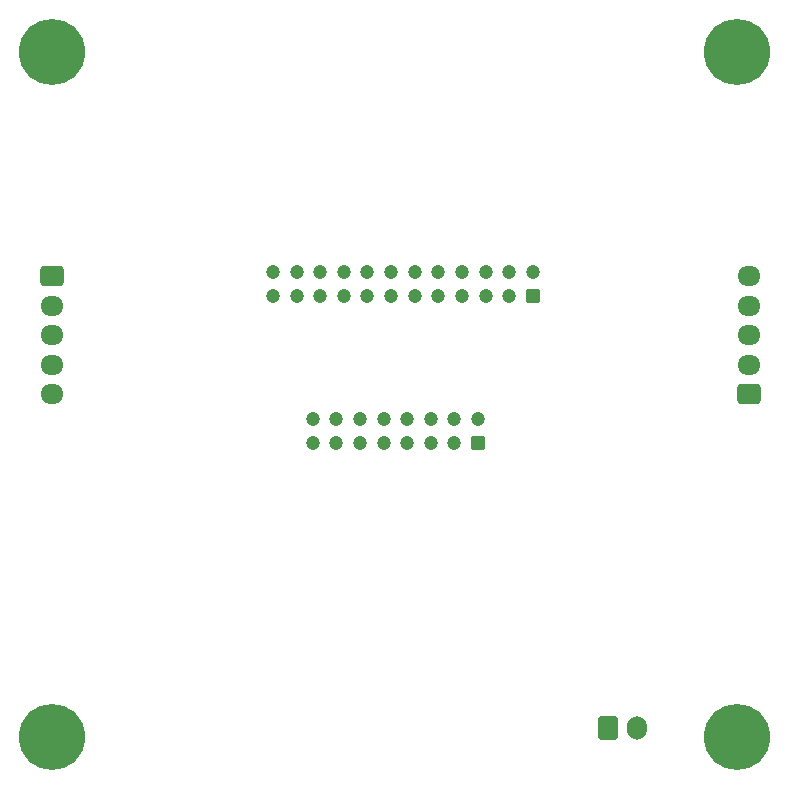
<source format=gbr>
%TF.GenerationSoftware,KiCad,Pcbnew,(7.0.0)*%
%TF.CreationDate,2024-02-29T14:00:03-03:00*%
%TF.ProjectId,pcb_peau_v1,7063625f-7065-4617-955f-76312e6b6963,rev?*%
%TF.SameCoordinates,Original*%
%TF.FileFunction,Soldermask,Bot*%
%TF.FilePolarity,Negative*%
%FSLAX46Y46*%
G04 Gerber Fmt 4.6, Leading zero omitted, Abs format (unit mm)*
G04 Created by KiCad (PCBNEW (7.0.0)) date 2024-02-29 14:00:03*
%MOMM*%
%LPD*%
G01*
G04 APERTURE LIST*
G04 Aperture macros list*
%AMRoundRect*
0 Rectangle with rounded corners*
0 $1 Rounding radius*
0 $2 $3 $4 $5 $6 $7 $8 $9 X,Y pos of 4 corners*
0 Add a 4 corners polygon primitive as box body*
4,1,4,$2,$3,$4,$5,$6,$7,$8,$9,$2,$3,0*
0 Add four circle primitives for the rounded corners*
1,1,$1+$1,$2,$3*
1,1,$1+$1,$4,$5*
1,1,$1+$1,$6,$7*
1,1,$1+$1,$8,$9*
0 Add four rect primitives between the rounded corners*
20,1,$1+$1,$2,$3,$4,$5,0*
20,1,$1+$1,$4,$5,$6,$7,0*
20,1,$1+$1,$6,$7,$8,$9,0*
20,1,$1+$1,$8,$9,$2,$3,0*%
G04 Aperture macros list end*
%ADD10RoundRect,0.250000X-0.600000X-0.750000X0.600000X-0.750000X0.600000X0.750000X-0.600000X0.750000X0*%
%ADD11O,1.700000X2.000000*%
%ADD12C,5.600000*%
%ADD13RoundRect,0.250000X0.725000X-0.600000X0.725000X0.600000X-0.725000X0.600000X-0.725000X-0.600000X0*%
%ADD14O,1.950000X1.700000*%
%ADD15RoundRect,0.250000X0.350000X0.350000X-0.350000X0.350000X-0.350000X-0.350000X0.350000X-0.350000X0*%
%ADD16C,1.200000*%
%ADD17RoundRect,0.250000X-0.725000X0.600000X-0.725000X-0.600000X0.725000X-0.600000X0.725000X0.600000X0*%
G04 APERTURE END LIST*
D10*
%TO.C,J3*%
X225084000Y-110236000D03*
D11*
X227583999Y-110235999D03*
%TD*%
D12*
%TO.C,H1*%
X178000000Y-53000000D03*
%TD*%
%TO.C,H3*%
X236000000Y-111000000D03*
%TD*%
%TO.C,H4*%
X178000000Y-111000000D03*
%TD*%
%TO.C,H2*%
X236000000Y-53000000D03*
%TD*%
D13*
%TO.C,J2*%
X237000000Y-81962500D03*
D14*
X236999999Y-79462499D03*
X236999999Y-76962499D03*
X236999999Y-74462499D03*
X236999999Y-71962499D03*
%TD*%
D15*
%TO.C,J4*%
X214090000Y-86106000D03*
D16*
X214090000Y-84106000D03*
X212090000Y-86106000D03*
X212090000Y-84106000D03*
X210090000Y-86106000D03*
X210090000Y-84106000D03*
X208090000Y-86106000D03*
X208090000Y-84106000D03*
X206090000Y-86106000D03*
X206090000Y-84106000D03*
X204090000Y-86106000D03*
X204090000Y-84106000D03*
X202090000Y-86106000D03*
X202090000Y-84106000D03*
X200090000Y-86106000D03*
X200090000Y-84106000D03*
%TD*%
D17*
%TO.C,J1*%
X178000000Y-71962500D03*
D14*
X177999999Y-74462499D03*
X177999999Y-76962499D03*
X177999999Y-79462499D03*
X177999999Y-81962499D03*
%TD*%
D16*
%TO.C,J5*%
X196724000Y-71660000D03*
X196724000Y-73660000D03*
X198724000Y-71660000D03*
X198724000Y-73660000D03*
X200724000Y-71660000D03*
X200724000Y-73660000D03*
X202724000Y-71660000D03*
X202724000Y-73660000D03*
X204724000Y-71660000D03*
X204724000Y-73660000D03*
X206724000Y-71660000D03*
X206724000Y-73660000D03*
X208724000Y-71660000D03*
X208724000Y-73660000D03*
X210724000Y-71660000D03*
X210724000Y-73660000D03*
X212724000Y-71660000D03*
X212724000Y-73660000D03*
X214724000Y-71660000D03*
X214724000Y-73660000D03*
X216724000Y-71660000D03*
X216724000Y-73660000D03*
X218724000Y-71660000D03*
D15*
X218724000Y-73660000D03*
%TD*%
M02*

</source>
